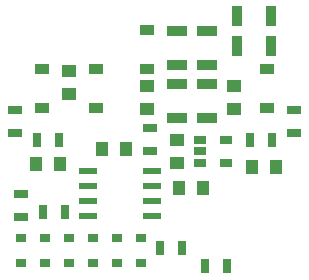
<source format=gtp>
G04 #@! TF.GenerationSoftware,KiCad,Pcbnew,5.1.4+dfsg1-1~bpo10+1*
G04 #@! TF.CreationDate,2019-10-02T20:55:17+02:00*
G04 #@! TF.ProjectId,iak-swr-meter,69616b2d-7377-4722-9d6d-657465722e6b,rev?*
G04 #@! TF.SameCoordinates,Original*
G04 #@! TF.FileFunction,Paste,Top*
G04 #@! TF.FilePolarity,Positive*
%FSLAX46Y46*%
G04 Gerber Fmt 4.6, Leading zero omitted, Abs format (unit mm)*
G04 Created by KiCad (PCBNEW 5.1.4+dfsg1-1~bpo10+1) date 2019-10-02 20:55:17*
%MOMM*%
%LPD*%
G04 APERTURE LIST*
%ADD10R,1.000000X1.250000*%
%ADD11R,0.900000X1.700000*%
%ADD12R,1.700000X0.900000*%
%ADD13R,0.900000X0.800000*%
%ADD14R,1.060000X0.650000*%
%ADD15R,0.700000X1.300000*%
%ADD16R,1.300000X0.700000*%
%ADD17R,1.550000X0.600000*%
%ADD18R,1.220000X0.910000*%
%ADD19R,1.250000X1.000000*%
G04 APERTURE END LIST*
D10*
X22000000Y-3302000D03*
X24000000Y-3302000D03*
D11*
X29782000Y11222000D03*
X26882000Y11222000D03*
X29782000Y8682000D03*
X26882000Y8682000D03*
D12*
X24380000Y2600000D03*
X24380000Y5500000D03*
X21840000Y9995800D03*
X21840000Y7095800D03*
X24380000Y9995800D03*
X24380000Y7095800D03*
X21840000Y2600000D03*
X21840000Y5500000D03*
D13*
X18792000Y-7600000D03*
X18792000Y-9700000D03*
X16760000Y-9700000D03*
X16760000Y-7600000D03*
X14728000Y-7600000D03*
X14728000Y-9700000D03*
X12696000Y-9700000D03*
X12696000Y-7600000D03*
X10664000Y-7600000D03*
X10664000Y-9700000D03*
X8632000Y-9700000D03*
X8632000Y-7600000D03*
D14*
X25996000Y710000D03*
X25996000Y-1190000D03*
X23796000Y-1190000D03*
X23796000Y-240000D03*
X23796000Y710000D03*
D15*
X28006000Y762000D03*
X29906000Y762000D03*
D16*
X31750000Y1336000D03*
X31750000Y3236000D03*
D15*
X26096000Y-9906000D03*
X24196000Y-9906000D03*
X11872000Y762000D03*
X9972000Y762000D03*
D16*
X8128000Y1336000D03*
X8128000Y3236000D03*
X19558000Y1712000D03*
X19558000Y-188000D03*
D15*
X20386000Y-8382000D03*
X22286000Y-8382000D03*
X10480000Y-5334000D03*
X12380000Y-5334000D03*
D16*
X8636000Y-5776000D03*
X8636000Y-3876000D03*
D17*
X19714000Y-1919000D03*
X19714000Y-3189000D03*
X19714000Y-4459000D03*
X19714000Y-5729000D03*
X14314000Y-5729000D03*
X14314000Y-4459000D03*
X14314000Y-3189000D03*
X14314000Y-1919000D03*
D18*
X29464000Y6715000D03*
X29464000Y3445000D03*
X14986000Y3445000D03*
X14986000Y6715000D03*
X19304000Y10017000D03*
X19304000Y6747000D03*
X10414000Y6715000D03*
X10414000Y3445000D03*
D10*
X30210000Y-1524000D03*
X28210000Y-1524000D03*
D19*
X26670000Y5318000D03*
X26670000Y3318000D03*
D10*
X9922000Y-1270000D03*
X11922000Y-1270000D03*
D19*
X12700000Y6588000D03*
X12700000Y4588000D03*
X19304000Y5318000D03*
X19304000Y3318000D03*
D10*
X17510000Y0D03*
X15510000Y0D03*
D19*
X21848000Y-1240000D03*
X21848000Y760000D03*
M02*

</source>
